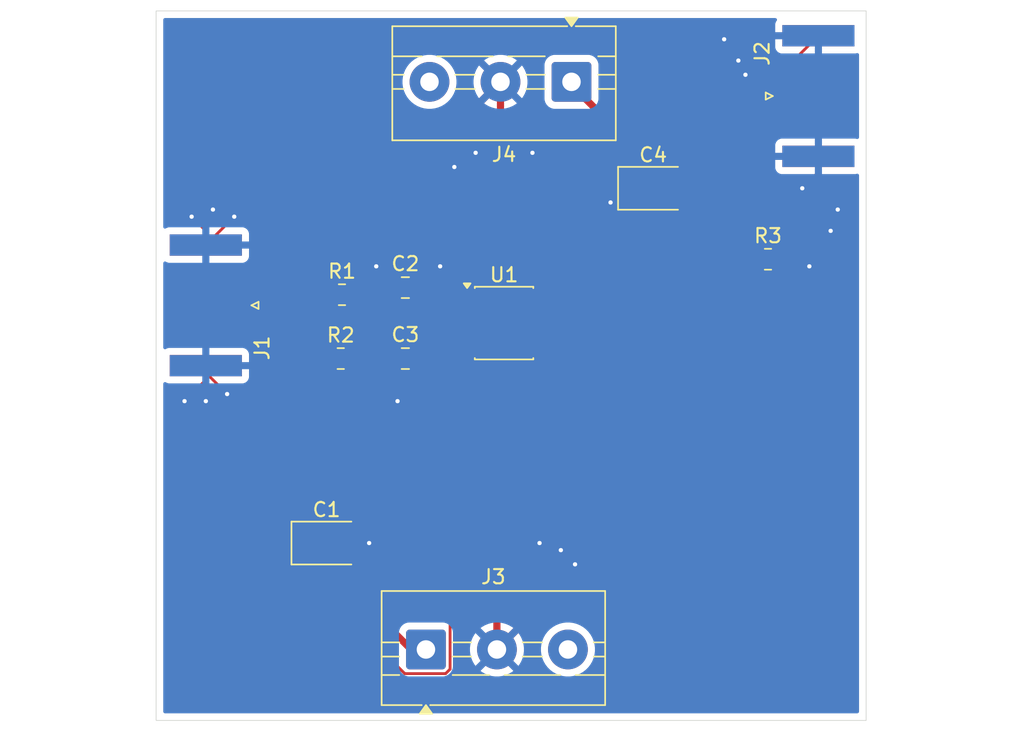
<source format=kicad_pcb>
(kicad_pcb (version 20241229) (generator "pcbnew") (generator_version "9.0")
  (layers (0 "F.Cu" signal) (2 "B.Cu" signal) (13 "F.Paste" user) (15 "B.Paste" user) (5 "F.SilkS" user "F.Silkscreen") (7 "B.SilkS" user "B.Silkscreen") (1 "F.Mask" user) (3 "B.Mask" user) (25 "Edge.Cuts" user))
  (net 0 "")
  (net 1 "GND")
  (net 2 "Net-(J3-Pin_1)")
  (net 3 "Net-(J4-Pin_1)")
  (net 4 "Net-(J1-In)")
  (net 5 "Net-(J2-In)")
  (net 6 "Net-(U1--)")
  (footprint "Resistor_SMD:R_0805_2012Metric" (layer "F.Cu") (at 128.5 87)
    (property "Reference" "R2" (at 0 -1.65 0) (layer "F.SilkS"))
    (property "Value" "9k")
    (fp_line (start -0.227064 -0.735) (end 0.227064 -0.735) (stroke (width 0.12)) (layer "F.SilkS"))
    (fp_line (start -0.227064 0.735) (end 0.227064 0.735) (stroke (width 0.12)) (layer "F.SilkS"))
    (pad "1" smd roundrect (at -0.9125 0) (size 1.025 1.4) (layers "F.Cu" "F.Mask" "F.Paste") (roundrect_rratio 0.243902) (net 5 "Net-(J2-In)"))
    (pad "2" smd roundrect (at 0.9125 0) (size 1.025 1.4) (layers "F.Cu" "F.Mask" "F.Paste") (roundrect_rratio 0.243902) (net 6 "Net-(U1--)"))
  )
  (footprint "Capacitor_SMD:C_0805_2012Metric" (layer "F.Cu") (at 133.05 82)
    (property "Reference" "C2" (at 0 -1.68 0) (layer "F.SilkS"))
    (property "Value" "0.1u")
    (fp_line (start -0.261252 -0.735) (end 0.261252 -0.735) (stroke (width 0.12)) (layer "F.SilkS"))
    (fp_line (start -0.261252 0.735) (end 0.261252 0.735) (stroke (width 0.12)) (layer "F.SilkS"))
    (pad "1" smd roundrect (at -0.95 0) (size 1 1.45) (layers "F.Cu" "F.Mask" "F.Paste") (net 2 "Net-(J3-Pin_1)"))
    (pad "2" smd roundrect (at 0.95 0) (size 1 1.45) (layers "F.Cu" "F.Mask" "F.Paste") (net 1 "GND"))
  )
  (footprint "Capacitor_SMD:C_0805_2012Metric" (layer "F.Cu") (at 133.05 87)
    (property "Reference" "C3" (at 0 -1.68 0) (layer "F.SilkS"))
    (property "Value" "0.1u")
    (fp_line (start -0.261252 -0.735) (end 0.261252 -0.735) (stroke (width 0.12)) (layer "F.SilkS"))
    (fp_line (start -0.261252 0.735) (end 0.261252 0.735) (stroke (width 0.12)) (layer "F.SilkS"))
    (pad "1" smd roundrect (at -0.95 0) (size 1 1.45) (layers "F.Cu" "F.Mask" "F.Paste") (net 1 "GND"))
    (pad "2" smd roundrect (at 0.95 0) (size 1 1.45) (layers "F.Cu" "F.Mask" "F.Paste") (net 3 "Net-(J4-Pin_1)"))
  )
  (footprint "Capacitor_Tantalum_SMD:CP_EIA-3528-21_Kemet-B" (layer "F.Cu") (at 127.5 100)
    (property "Reference" "C1" (at 0 -2.35 0) (layer "F.SilkS"))
    (property "Value" "10u")
    (fp_line (start -2.47 -1.51) (end -2.47 1.51) (stroke (width 0.12)) (layer "F.SilkS"))
    (fp_line (start -2.47 1.51) (end 1.75 1.51) (stroke (width 0.12)) (layer "F.SilkS"))
    (fp_line (start 1.75 -1.51) (end -2.47 -1.51) (stroke (width 0.12)) (layer "F.SilkS"))
    (pad "1" smd roundrect (at -1.54 0) (size 1.34 2.39) (layers "F.Cu" "F.Mask" "F.Paste") (roundrect_rratio 0.186567) (net 2 "Net-(J3-Pin_1)"))
    (pad "2" smd roundrect (at 1.54 0) (size 1.34 2.39) (layers "F.Cu" "F.Mask" "F.Paste") (roundrect_rratio 0.186567) (net 1 "GND"))
  )
  (footprint "TerminalBlock:TerminalBlock_MaiXu_MX126-5.0-03P_1x03_P5.00mm" (layer "F.Cu") (at 144.75 67.5 180)
    (property "Reference" "J4" (at 4.75 -5.12 0) (layer "F.SilkS"))
    (property "Value" "Screw_Terminal_01x02")
    (fp_line (start 12.62 3.92) (end 0.3 3.92) (stroke (width 0.12)) (layer "F.SilkS"))
    (fp_line (start 12.62 -4.12) (end 12.62 3.92) (stroke (width 0.12)) (layer "F.SilkS"))
    (fp_line (start 11.812 0.5) (end 12.62 0.5) (stroke (width 0.12)) (layer "F.SilkS"))
    (fp_line (start 11.812 -0.5) (end 12.62 -0.5) (stroke (width 0.12)) (layer "F.SilkS"))
    (fp_line (start 10.543 1.8) (end 12.62 1.8) (stroke (width 0.12)) (layer "F.SilkS"))
    (fp_line (start 6.812 0.5) (end 8.188 0.5) (stroke (width 0.12)) (layer "F.SilkS"))
    (fp_line (start 6.812 -0.5) (end 8.188 -0.5) (stroke (width 0.12)) (layer "F.SilkS"))
    (fp_line (start 5.543 1.8) (end 9.457 1.8) (stroke (width 0.12)) (layer "F.SilkS"))
    (fp_line (start 1.88 1.8) (end 4.457 1.8) (stroke (width 0.12)) (layer "F.SilkS"))
    (fp_line (start 1.88 0.5) (end 3.188 0.5) (stroke (width 0.12)) (layer "F.SilkS"))
    (fp_line (start 1.88 -0.5) (end 3.188 -0.5) (stroke (width 0.12)) (layer "F.SilkS"))
    (fp_line (start -0.3 3.92) (end -3.12 3.92) (stroke (width 0.12)) (layer "F.SilkS"))
    (fp_line (start -3.12 3.92) (end -3.12 -4.12) (stroke (width 0.12)) (layer "F.SilkS"))
    (fp_line (start -3.12 1.8) (end -1.88 1.8) (stroke (width 0.12)) (layer "F.SilkS"))
    (fp_line (start -3.12 0.5) (end -1.88 0.5) (stroke (width 0.12)) (layer "F.SilkS"))
    (fp_line (start -3.12 -0.5) (end -1.88 -0.5) (stroke (width 0.12)) (layer "F.SilkS"))
    (fp_line (start -3.12 -4.12) (end 12.62 -4.12) (stroke (width 0.12)) (layer "F.SilkS"))
    (fp_poly (pts (xy 0 3.92) (xy 0.44 4.53) (xy -0.44 4.53)) (stroke (width 0.12)) (fill yes) (layer "F.SilkS"))
    (pad "1" thru_hole roundrect (at 0 0 180) (size 2.8 2.8) (drill 1.3) (layers "*.Cu" "*.Mask") (roundrect_rratio 0.089286) (net 3 "Net-(J4-Pin_1)"))
    (pad "2" thru_hole circle (at 5 0 180) (size 2.8 2.8) (drill 1.3) (layers "*.Cu" "*.Mask") (net 1 "GND"))
    (pad "3" thru_hole circle (at 10 0 180) (size 2.8 2.8) (drill 1.3) (layers "*.Cu" "*.Mask"))
  )
  (footprint "Resistor_SMD:R_0805_2012Metric" (layer "F.Cu") (at 128.5875 82.5)
    (property "Reference" "R1" (at 0 -1.65 0) (layer "F.SilkS"))
    (property "Value" "1k")
    (fp_line (start -0.227064 -0.735) (end 0.227064 -0.735) (stroke (width 0.12)) (layer "F.SilkS"))
    (fp_line (start -0.227064 0.735) (end 0.227064 0.735) (stroke (width 0.12)) (layer "F.SilkS"))
    (pad "1" smd roundrect (at -0.9125 0) (size 1.025 1.4) (layers "F.Cu" "F.Mask" "F.Paste") (roundrect_rratio 0.243902) (net 6 "Net-(U1--)"))
    (pad "2" smd roundrect (at 0.9125 0) (size 1.025 1.4) (layers "F.Cu" "F.Mask" "F.Paste") (roundrect_rratio 0.243902) (net 1 "GND"))
  )
  (footprint "Connector_Coaxial:SMA_Amphenol_132289_EdgeMount" (layer "F.Cu") (at 119 83.25 180)
    (property "Reference" "J1" (at -3.96 -3 90) (layer "F.SilkS"))
    (property "Value" "Conn_Coaxial")
    (fp_line (start -3.21 0) (end -3.71 -0.25) (stroke (width 0.12)) (layer "F.SilkS"))
    (fp_line (start -3.71 0.25) (end -3.21 0) (stroke (width 0.12)) (layer "F.SilkS"))
    (fp_line (start -3.71 -0.25) (end -3.71 0.25) (stroke (width 0.12)) (layer "F.SilkS"))
    (pad "1" smd rect (at 0 0 270) (size 1.5 5.08) (layers "F.Cu" "F.Mask" "F.Paste") (net 4 "Net-(J1-In)"))
    (pad "2" smd rect (at 0 -4.25 270) (size 1.5 5.08) (layers "F.Cu" "F.Mask" "F.Paste") (net 1 "GND"))
    (pad "2" smd rect (at 0 -4.25 270) (size 1.5 5.08) (layers "B.Cu" "B.Mask" "B.Paste") (net 1 "GND"))
    (pad "2" smd rect (at 0 4.25 270) (size 1.5 5.08) (layers "F.Cu" "F.Mask" "F.Paste") (net 1 "GND"))
    (pad "2" smd rect (at 0 4.25 270) (size 1.5 5.08) (layers "B.Cu" "B.Mask" "B.Paste") (net 1 "GND"))
  )
  (footprint "Package_SO:SO-8_3.9x4.9mm_P1.27mm" (layer "F.Cu") (at 140 84.5)
    (property "Reference" "U1" (at 0 -3.4 0) (layer "F.SilkS"))
    (property "Value" "~")
    (fp_line (start -2.06 -2.56) (end 2.06 -2.56) (stroke (width 0.12)) (layer "F.SilkS"))
    (fp_line (start -2.06 -2.465) (end -2.06 -2.56) (stroke (width 0.12)) (layer "F.SilkS"))
    (fp_line (start -2.06 2.56) (end -2.06 2.465) (stroke (width 0.12)) (layer "F.SilkS"))
    (fp_line (start 2.06 -2.56) (end 2.06 -2.465) (stroke (width 0.12)) (layer "F.SilkS"))
    (fp_line (start 2.06 2.465) (end 2.06 2.56) (stroke (width 0.12)) (layer "F.SilkS"))
    (fp_line (start 2.06 2.56) (end -2.06 2.56) (stroke (width 0.12)) (layer "F.SilkS"))
    (fp_poly (pts (xy -2.6 -2.47) (xy -2.84 -2.8) (xy -2.36 -2.8)) (stroke (width 0.12)) (fill yes) (layer "F.SilkS"))
    (pad "1" smd roundrect (at -2.575 -1.905) (size 1.75 0.6) (layers "F.Cu" "F.Mask" "F.Paste") (net 4 "Net-(J1-In)"))
    (pad "2" smd roundrect (at -2.575 -0.635) (size 1.75 0.6) (layers "F.Cu" "F.Mask" "F.Paste") (net 6 "Net-(U1--)"))
    (pad "3" smd roundrect (at -2.575 0.635) (size 1.75 0.6) (layers "F.Cu" "F.Mask" "F.Paste") (net 3 "Net-(J4-Pin_1)"))
    (pad "4" smd roundrect (at -2.575 1.905) (size 1.75 0.6) (layers "F.Cu" "F.Mask" "F.Paste") (net 2 "Net-(J3-Pin_1)"))
    (pad "5" smd roundrect (at 2.575 1.905) (size 1.75 0.6) (layers "F.Cu" "F.Mask" "F.Paste") (net 5 "Net-(J2-In)"))
    (pad "6" smd roundrect (at 2.575 0.635) (size 1.75 0.6) (layers "F.Cu" "F.Mask" "F.Paste"))
    (pad "7" smd roundrect (at 2.575 -0.635) (size 1.75 0.6) (layers "F.Cu" "F.Mask" "F.Paste"))
    (pad "8" smd roundrect (at 2.575 -1.905) (size 1.75 0.6) (layers "F.Cu" "F.Mask" "F.Paste"))
  )
  (footprint "Resistor_SMD:R_0805_2012Metric" (layer "F.Cu") (at 158.5875 80)
    (property "Reference" "R3" (at 0 -1.65 0) (layer "F.SilkS"))
    (property "Value" "200k")
    (fp_line (start -0.227064 -0.735) (end 0.227064 -0.735) (stroke (width 0.12)) (layer "F.SilkS"))
    (fp_line (start -0.227064 0.735) (end 0.227064 0.735) (stroke (width 0.12)) (layer "F.SilkS"))
    (pad "1" smd roundrect (at -0.9125 0) (size 1.025 1.4) (layers "F.Cu" "F.Mask" "F.Paste") (roundrect_rratio 0.243902) (net 5 "Net-(J2-In)"))
    (pad "2" smd roundrect (at 0.9125 0) (size 1.025 1.4) (layers "F.Cu" "F.Mask" "F.Paste") (roundrect_rratio 0.243902) (net 1 "GND"))
  )
  (footprint "Capacitor_Tantalum_SMD:CP_EIA-3528-21_Kemet-B" (layer "F.Cu") (at 150.5 75)
    (property "Reference" "C4" (at 0 -2.35 0) (layer "F.SilkS"))
    (property "Value" "10u")
    (fp_line (start -2.47 -1.51) (end -2.47 1.51) (stroke (width 0.12)) (layer "F.SilkS"))
    (fp_line (start -2.47 1.51) (end 1.75 1.51) (stroke (width 0.12)) (layer "F.SilkS"))
    (fp_line (start 1.75 -1.51) (end -2.47 -1.51) (stroke (width 0.12)) (layer "F.SilkS"))
    (pad "1" smd roundrect (at -1.54 0) (size 1.34 2.39) (layers "F.Cu" "F.Mask" "F.Paste") (roundrect_rratio 0.186567) (net 1 "GND"))
    (pad "2" smd roundrect (at 1.54 0) (size 1.34 2.39) (layers "F.Cu" "F.Mask" "F.Paste") (roundrect_rratio 0.186567) (net 3 "Net-(J4-Pin_1)"))
  )
  (footprint "Connector_Coaxial:SMA_Amphenol_132289_EdgeMount" (layer "F.Cu") (at 162.1375 68.5)
    (property "Reference" "J2" (at -3.96 -3 90) (layer "F.SilkS"))
    (property "Value" "Conn_Coaxial")
    (fp_line (start -3.71 -0.25) (end -3.71 0.25) (stroke (width 0.12)) (layer "F.SilkS"))
    (fp_line (start -3.71 0.25) (end -3.21 0) (stroke (width 0.12)) (layer "F.SilkS"))
    (fp_line (start -3.21 0) (end -3.71 -0.25) (stroke (width 0.12)) (layer "F.SilkS"))
    (pad "1" smd rect (at 0 0 90) (size 1.5 5.08) (layers "F.Cu" "F.Mask" "F.Paste") (net 5 "Net-(J2-In)"))
    (pad "2" smd rect (at 0 -4.25 90) (size 1.5 5.08) (layers "F.Cu" "F.Mask" "F.Paste") (net 1 "GND"))
    (pad "2" smd rect (at 0 -4.25 90) (size 1.5 5.08) (layers "B.Cu" "B.Mask" "B.Paste") (net 1 "GND"))
    (pad "2" smd rect (at 0 4.25 90) (size 1.5 5.08) (layers "F.Cu" "F.Mask" "F.Paste") (net 1 "GND"))
    (pad "2" smd rect (at 0 4.25 90) (size 1.5 5.08) (layers "B.Cu" "B.Mask" "B.Paste") (net 1 "GND"))
  )
  (footprint "TerminalBlock:TerminalBlock_MaiXu_MX126-5.0-03P_1x03_P5.00mm" (layer "F.Cu") (at 134.5 107.5)
    (property "Reference" "J3" (at 4.75 -5.12 0) (layer "F.SilkS"))
    (property "Value" "Screw_Terminal_01x02")
    (fp_line (start -3.12 -4.12) (end 12.62 -4.12) (stroke (width 0.12)) (layer "F.SilkS"))
    (fp_line (start -3.12 -0.5) (end -1.88 -0.5) (stroke (width 0.12)) (layer "F.SilkS"))
    (fp_line (start -3.12 0.5) (end -1.88 0.5) (stroke (width 0.12)) (layer "F.SilkS"))
    (fp_line (start -3.12 1.8) (end -1.88 1.8) (stroke (width 0.12)) (layer "F.SilkS"))
    (fp_line (start -3.12 3.92) (end -3.12 -4.12) (stroke (width 0.12)) (layer "F.SilkS"))
    (fp_line (start -0.3 3.92) (end -3.12 3.92) (stroke (width 0.12)) (layer "F.SilkS"))
    (fp_line (start 1.88 -0.5) (end 3.188 -0.5) (stroke (width 0.12)) (layer "F.SilkS"))
    (fp_line (start 1.88 0.5) (end 3.188 0.5) (stroke (width 0.12)) (layer "F.SilkS"))
    (fp_line (start 1.88 1.8) (end 4.457 1.8) (stroke (width 0.12)) (layer "F.SilkS"))
    (fp_line (start 5.543 1.8) (end 9.457 1.8) (stroke (width 0.12)) (layer "F.SilkS"))
    (fp_line (start 6.812 -0.5) (end 8.188 -0.5) (stroke (width 0.12)) (layer "F.SilkS"))
    (fp_line (start 6.812 0.5) (end 8.188 0.5) (stroke (width 0.12)) (layer "F.SilkS"))
    (fp_line (start 10.543 1.8) (end 12.62 1.8) (stroke (width 0.12)) (layer "F.SilkS"))
    (fp_line (start 11.812 -0.5) (end 12.62 -0.5) (stroke (width 0.12)) (layer "F.SilkS"))
    (fp_line (start 11.812 0.5) (end 12.62 0.5) (stroke (width 0.12)) (layer "F.SilkS"))
    (fp_line (start 12.62 -4.12) (end 12.62 3.92) (stroke (width 0.12)) (layer "F.SilkS"))
    (fp_line (start 12.62 3.92) (end 0.3 3.92) (stroke (width 0.12)) (layer "F.SilkS"))
    (fp_poly (pts (xy 0 3.92) (xy 0.44 4.53) (xy -0.44 4.53)) (stroke (width 0.12)) (fill yes) (layer "F.SilkS"))
    (pad "1" thru_hole roundrect (at 0 0) (size 2.8 2.8) (drill 1.3) (layers "*.Cu" "*.Mask") (roundrect_rratio 0.089286) (net 2 "Net-(J3-Pin_1)"))
    (pad "2" thru_hole circle (at 5 0) (size 2.8 2.8) (drill 1.3) (layers "*.Cu" "*.Mask") (net 1 "GND"))
    (pad "3" thru_hole circle (at 10 0) (size 2.8 2.8) (drill 1.3) (layers "*.Cu" "*.Mask"))
  )
  (gr_rect (start 115.5 62.5) (end 165.5 112.5) (stroke (width 0.05)) (fill no) (layer "Edge.Cuts"))
  (segment (start 159.5 80) (end 161 80) (width 0.2) (layer "F.Cu") (net 1))
  (segment (start 162.1375 72.75) (end 162.1375 73.8625) (width 0.2) (layer "F.Cu") (net 1))
  (segment (start 139.75 67.5) (end 139.75 70.75) (width 0.5) (layer "F.Cu") (net 1))
  (segment (start 134 82) (end 135.5 80.5) (width 0.2) (layer "F.Cu") (net 1))
  (segment (start 119 87.5) (end 119 90) (width 0.2) (layer "F.Cu") (net 1))
  (segment (start 136 73) (end 136.5 73.5) (width 0.5) (layer "F.Cu") (net 1))
  (segment (start 132.1 87) (end 132.1 89.6) (width 0.2) (layer "F.Cu") (net 1))
  (segment (start 162.1375 72.75) (end 162.1375 77.1375) (width 0.2) (layer "F.Cu") (net 1))
  (segment (start 161 80) (end 161.5 80.5) (width 0.2) (layer "F.Cu") (net 1))
  (segment (start 129.5 82.5) (end 131 81) (width 0.2) (layer "F.Cu") (net 1))
  (segment (start 119 88.5) (end 117.5 90) (width 0.2) (layer "F.Cu") (net 1))
  (segment (start 143.5 103.5) (end 143.5 103) (width 0.5) (layer "F.Cu") (net 1))
  (segment (start 140.5 102) (end 142.5 100) (width 0.5) (layer "F.Cu") (net 1))
  (segment (start 162.1375 64.25) (end 158.25 64.25) (width 0.2) (layer "F.Cu") (net 1))
  (segment (start 119 88) (end 120.5 89.5) (width 0.2) (layer "F.Cu") (net 1))
  (segment (start 135.5 73) (end 136 73) (width 0.5) (layer "F.Cu") (net 1))
  (segment (start 139.75 67.5) (end 135.5 71.75) (width 0.5) (layer "F.Cu") (net 1))
  (segment (start 162.1375 77.1375) (end 163 78) (width 0.2) (layer "F.Cu") (net 1))
  (segment (start 119 79) (end 121 77) (width 0.2) (layer "F.Cu") (net 1))
  (segment (start 162.1375 72.75) (end 162.1375 75.1375) (width 0.2) (layer "F.Cu") (net 1))
  (segment (start 119 87.5) (end 119 88) (width 0.2) (layer "F.Cu") (net 1))
  (segment (start 148.5 75) (end 147.5 76) (width 0.2) (layer "F.Cu") (net 1))
  (segment (start 155.75 64.25) (end 155.5 64.5) (width 0.2) (layer "F.Cu") (net 1))
  (segment (start 119 79) (end 119 77) (width 0.2) (layer "F.Cu") (net 1))
  (segment (start 139.5 107.5) (end 139.5 103) (width 0.5) (layer "F.Cu") (net 1))
  (segment (start 131 81) (end 131 80.5) (width 0.2) (layer "F.Cu") (net 1))
  (segment (start 162.1375 75.1375) (end 163.5 76.5) (width 0.2) (layer "F.Cu") (net 1))
  (segment (start 139.5 107.5) (end 143.5 103.5) (width 0.5) (layer "F.Cu") (net 1))
  (segment (start 162.1375 64.25) (end 155.75 64.25) (width 0.2) (layer "F.Cu") (net 1))
  (segment (start 158.25 64.25) (end 156.5 66) (width 0.2) (layer "F.Cu") (net 1))
  (segment (start 143.5 103) (end 145 101.5) (width 0.5) (layer "F.Cu") (net 1))
  (segment (start 139.5 105) (end 144 100.5) (width 0.5) (layer "F.Cu") (net 1))
  (segment (start 139.5 107.5) (end 139.5 105) (width 0.5) (layer "F.Cu") (net 1))
  (segment (start 119 79) (end 119 78) (width 0.2) (layer "F.Cu") (net 1))
  (segment (start 159.3875 67) (end 157 67) (width 0.2) (layer "F.Cu") (net 1))
  (segment (start 139.75 67.5) (end 139.75 70.25) (width 0.5) (layer "F.Cu") (net 1))
  (segment (start 119 78) (end 118 77) (width 0.2) (layer "F.Cu") (net 1))
  (segment (start 139.75 70.75) (end 138 72.5) (width 0.5) (layer "F.Cu") (net 1))
  (segment (start 162.1375 73.8625) (end 161 75) (width 0.2) (layer "F.Cu") (net 1))
  (segment (start 148.96 75) (end 148.5 75) (width 0.2) (layer "F.Cu") (net 1))
  (segment (start 135.5 71.75) (end 135.5 73) (width 0.5) (layer "F.Cu") (net 1))
  (segment (start 162.1375 64.25) (end 159.3875 67) (width 0.2) (layer "F.Cu") (net 1))
  (segment (start 132.1 89.6) (end 132.5 90) (width 0.2) (layer "F.Cu") (net 1))
  (segment (start 139.5 103) (end 140.5 102) (width 0.5) (layer "F.Cu") (net 1))
  (segment (start 119 77) (end 119.5 76.5) (width 0.2) (layer "F.Cu") (net 1))
  (segment (start 129.04 100) (end 130.5 100) (width 0.2) (layer "F.Cu") (net 1))
  (segment (start 119 87.5) (end 119 88.5) (width 0.2) (layer "F.Cu") (net 1))
  (segment (start 139.75 70.25) (end 142 72.5) (width 0.5) (layer "F.Cu") (net 1))
  (via (at 145 101.5) (size 0.6) (drill 0.3) (layers "F.Cu" "B.Cu") (net 1))
  (via (at 119.5 76.5) (size 0.6) (drill 0.3) (layers "F.Cu" "B.Cu") (net 1))
  (via (at 132.5 90) (size 0.6) (drill 0.3) (layers "F.Cu" "B.Cu") (net 1))
  (via (at 136.5 73.5) (size 0.6) (drill 0.3) (layers "F.Cu" "B.Cu") (net 1))
  (via (at 161 75) (size 0.6) (drill 0.3) (layers "F.Cu" "B.Cu") (net 1))
  (via (at 163.5 76.5) (size 0.6) (drill 0.3) (layers "F.Cu" "B.Cu") (net 1))
  (via (at 156.5 66) (size 0.6) (drill 0.3) (layers "F.Cu" "B.Cu") (net 1))
  (via (at 147.5 76) (size 0.6) (drill 0.3) (layers "F.Cu" "B.Cu") (net 1))
  (via (at 117.5 90) (size 0.6) (drill 0.3) (layers "F.Cu" "B.Cu") (net 1))
  (via (at 130.5 100) (size 0.6) (drill 0.3) (layers "F.Cu" "B.Cu") (net 1))
  (via (at 118 77) (size 0.6) (drill 0.3) (layers "F.Cu" "B.Cu") (net 1))
  (via (at 131 80.5) (size 0.6) (drill 0.3) (layers "F.Cu" "B.Cu") (net 1))
  (via (at 142.5 100) (size 0.6) (drill 0.3) (layers "F.Cu" "B.Cu") (net 1))
  (via (at 144 100.5) (size 0.6) (drill 0.3) (layers "F.Cu" "B.Cu") (net 1))
  (via (at 142 72.5) (size 0.6) (drill 0.3) (layers "F.Cu" "B.Cu") (net 1))
  (via (at 135.5 80.5) (size 0.6) (drill 0.3) (layers "F.Cu" "B.Cu") (net 1))
  (via (at 120.5 89.5) (size 0.6) (drill 0.3) (layers "F.Cu" "B.Cu") (net 1))
  (via (at 157 67) (size 0.6) (drill 0.3) (layers "F.Cu" "B.Cu") (net 1))
  (via (at 119 90) (size 0.6) (drill 0.3) (layers "F.Cu" "B.Cu") (net 1))
  (via (at 161.5 80.5) (size 0.6) (drill 0.3) (layers "F.Cu" "B.Cu") (net 1))
  (via (at 138 72.5) (size 0.6) (drill 0.3) (layers "F.Cu" "B.Cu") (net 1))
  (via (at 121 77) (size 0.6) (drill 0.3) (layers "F.Cu" "B.Cu") (net 1))
  (via (at 155.5 64.5) (size 0.6) (drill 0.3) (layers "F.Cu" "B.Cu") (net 1))
  (via (at 163 78) (size 0.6) (drill 0.3) (layers "F.Cu" "B.Cu") (net 1))
  (segment (start 133.46 107.5) (end 125.96 100) (width 0.5) (layer "F.Cu") (net 2))
  (segment (start 132.1 82) (end 136.505 86.405) (width 0.5) (layer "F.Cu") (net 2))
  (segment (start 134.5 107.5) (end 133.46 107.5) (width 0.5) (layer "F.Cu") (net 2))
  (segment (start 136.505 86.405) (end 137.425 86.405) (width 0.5) (layer "F.Cu") (net 2))
  (segment (start 130.4635 83.6365) (end 132.1 82) (width 0.5) (layer "F.Cu") (net 2))
  (segment (start 130.4635 95.4965) (end 130.4635 83.6365) (width 0.5) (layer "F.Cu") (net 2))
  (segment (start 125.96 100) (end 130.4635 95.4965) (width 0.5) (layer "F.Cu") (net 2))
  (segment (start 139.5 83.9409) (end 139.5 88.5) (width 0.5) (layer "F.Cu") (net 3))
  (segment (start 145.196 81.844) (end 141.5969 81.844) (width 0.5) (layer "F.Cu") (net 3))
  (segment (start 137.8841 85.135) (end 137.425 85.135) (width 0.5) (layer "F.Cu") (net 3))
  (segment (start 141.5969 81.844) (end 139.5 83.9409) (width 0.5) (layer "F.Cu") (net 3))
  (segment (start 138.751 86.8081) (end 138.751 86.0019) (width 0.5) (layer "F.Cu") (net 3))
  (segment (start 139.5 88.5) (end 135.5 88.5) (width 0.5) (layer "F.Cu") (net 3))
  (segment (start 144.75 67.5) (end 144.75 67.71) (width 0.5) (layer "F.Cu") (net 3))
  (segment (start 135.5 88.5) (end 134 87) (width 0.5) (layer "F.Cu") (net 3))
  (segment (start 134 87) (end 134.156 87.156) (width 0.5) (layer "F.Cu") (net 3))
  (segment (start 144.75 67.71) (end 152.04 75) (width 0.5) (layer "F.Cu") (net 3))
  (segment (start 138.4031 87.156) (end 138.751 86.8081) (width 0.5) (layer "F.Cu") (net 3))
  (segment (start 134.156 87.156) (end 138.4031 87.156) (width 0.5) (layer "F.Cu") (net 3))
  (segment (start 138.751 86.0019) (end 137.8841 85.135) (width 0.5) (layer "F.Cu") (net 3))
  (segment (start 152.04 75) (end 145.196 81.844) (width 0.5) (layer "F.Cu") (net 3))
  (segment (start 137.425 80.8579) (end 137.425 82.595) (width 0.2) (layer "F.Cu") (net 4))
  (segment (start 119 83.25) (end 122.752 79.498) (width 0.2) (layer "F.Cu") (net 4))
  (segment (start 136.0651 79.498) (end 137.425 80.8579) (width 0.2) (layer "F.Cu") (net 4))
  (segment (start 122.752 79.498) (end 136.0651 79.498) (width 0.2) (layer "F.Cu") (net 4))
  (segment (start 136.201 108.88516) (end 135.88516 109.201) (width 0.2) (layer "F.Cu") (net 5))
  (segment (start 151.27 86.405) (end 157.675 80) (width 0.2) (layer "F.Cu") (net 5))
  (segment (start 142.575 86.405) (end 144.2325 86.405) (width 0.2) (layer "F.Cu") (net 5))
  (segment (start 133.00984 109.201) (end 124.989 101.18016) (width 0.2) (layer "F.Cu") (net 5))
  (segment (start 135.88516 109.201) (end 133.00984 109.201) (width 0.2) (layer "F.Cu") (net 5))
  (segment (start 124.989 101.18016) (end 124.989 89.5985) (width 0.2) (layer "F.Cu") (net 5))
  (segment (start 124.989 89.5985) (end 127.5875 87) (width 0.2) (layer "F.Cu") (net 5))
  (segment (start 142.575 86.405) (end 151.27 86.405) (width 0.2) (layer "F.Cu") (net 5))
  (segment (start 136.201 92.779) (end 136.201 108.88516) (width 0.2) (layer "F.Cu") (net 5))
  (segment (start 142.575 86.405) (end 136.201 92.779) (width 0.2) (layer "F.Cu") (net 5))
  (segment (start 144.2325 86.405) (end 162.1375 68.5) (width 0.2) (layer "F.Cu") (net 5))
  (segment (start 136.249 83.563999) (end 136.550001 83.865) (width 0.2) (layer "F.Cu") (net 6))
  (segment (start 136.550001 83.865) (end 137.425 83.865) (width 0.2) (layer "F.Cu") (net 6))
  (segment (start 136.249 80.249) (end 136.249 83.563999) (width 0.2) (layer "F.Cu") (net 6))
  (segment (start 129.4125 87) (end 129.4125 84.2375) (width 0.2) (layer "F.Cu") (net 6))
  (segment (start 129.4125 84.2375) (end 127.675 82.5) (width 0.2) (layer "F.Cu") (net 6))
  (segment (start 130.276 79.899) (end 135.899 79.899) (width 0.2) (layer "F.Cu") (net 6))
  (segment (start 127.675 82.5) (end 130.276 79.899) (width 0.2) (layer "F.Cu") (net 6))
  (segment (start 135.899 79.899) (end 136.249 80.249) (width 0.2) (layer "F.Cu") (net 6))
  (zone (net 1) (net_name "GND") (layer "B.Cu") (connect_pads (clearance 0.5)) (min_thickness 0.25) (fill yes (thermal_gap 0.5) (thermal_bridge_width 0.5))
    (polygon (pts (xy 115.5 62.5) (xy 165.5 62.5) (xy 165.5 112.5) (xy 115.5 112.5)))
  )
)
</source>
